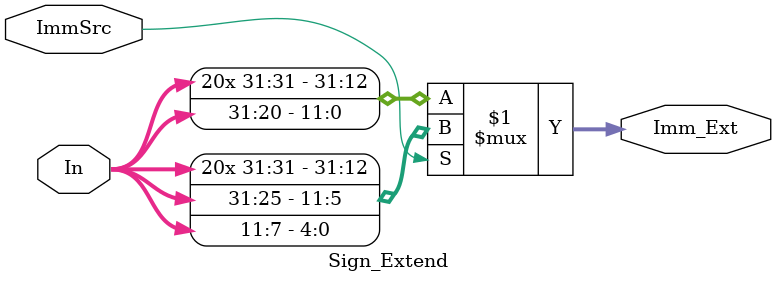
<source format=v>
module Sign_Extend (In, Imm_Ext,ImmSrc);

    input ImmSrc;
    input [31:0] In;
    output [31:0] Imm_Ext;

    assign Imm_Ext = (ImmSrc) ? ({{20{In[31]}},In[31:25],In[11:7]}):({{20{In[31]}}, In[31:20]}) ;

endmodule

</source>
